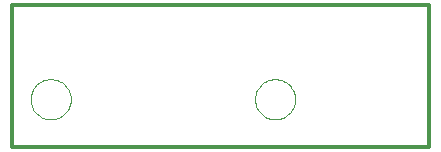
<source format=gbp>
G75*
%MOIN*%
%OFA0B0*%
%FSLAX24Y24*%
%IPPOS*%
%LPD*%
%AMOC8*
5,1,8,0,0,1.08239X$1,22.5*
%
%ADD10C,0.0118*%
%ADD11C,0.0000*%
D10*
X000159Y000159D02*
X014057Y000159D01*
X014057Y004883D01*
X000159Y004883D01*
X000159Y000159D01*
D11*
X000770Y001734D02*
X000772Y001785D01*
X000778Y001836D01*
X000788Y001886D01*
X000801Y001936D01*
X000819Y001984D01*
X000839Y002031D01*
X000864Y002076D01*
X000892Y002119D01*
X000923Y002160D01*
X000957Y002198D01*
X000994Y002233D01*
X001033Y002266D01*
X001075Y002296D01*
X001119Y002322D01*
X001165Y002344D01*
X001213Y002364D01*
X001262Y002379D01*
X001312Y002391D01*
X001362Y002399D01*
X001413Y002403D01*
X001465Y002403D01*
X001516Y002399D01*
X001566Y002391D01*
X001616Y002379D01*
X001665Y002364D01*
X001713Y002344D01*
X001759Y002322D01*
X001803Y002296D01*
X001845Y002266D01*
X001884Y002233D01*
X001921Y002198D01*
X001955Y002160D01*
X001986Y002119D01*
X002014Y002076D01*
X002039Y002031D01*
X002059Y001984D01*
X002077Y001936D01*
X002090Y001886D01*
X002100Y001836D01*
X002106Y001785D01*
X002108Y001734D01*
X002106Y001683D01*
X002100Y001632D01*
X002090Y001582D01*
X002077Y001532D01*
X002059Y001484D01*
X002039Y001437D01*
X002014Y001392D01*
X001986Y001349D01*
X001955Y001308D01*
X001921Y001270D01*
X001884Y001235D01*
X001845Y001202D01*
X001803Y001172D01*
X001759Y001146D01*
X001713Y001124D01*
X001665Y001104D01*
X001616Y001089D01*
X001566Y001077D01*
X001516Y001069D01*
X001465Y001065D01*
X001413Y001065D01*
X001362Y001069D01*
X001312Y001077D01*
X001262Y001089D01*
X001213Y001104D01*
X001165Y001124D01*
X001119Y001146D01*
X001075Y001172D01*
X001033Y001202D01*
X000994Y001235D01*
X000957Y001270D01*
X000923Y001308D01*
X000892Y001349D01*
X000864Y001392D01*
X000839Y001437D01*
X000819Y001484D01*
X000801Y001532D01*
X000788Y001582D01*
X000778Y001632D01*
X000772Y001683D01*
X000770Y001734D01*
X008250Y001734D02*
X008252Y001785D01*
X008258Y001836D01*
X008268Y001886D01*
X008281Y001936D01*
X008299Y001984D01*
X008319Y002031D01*
X008344Y002076D01*
X008372Y002119D01*
X008403Y002160D01*
X008437Y002198D01*
X008474Y002233D01*
X008513Y002266D01*
X008555Y002296D01*
X008599Y002322D01*
X008645Y002344D01*
X008693Y002364D01*
X008742Y002379D01*
X008792Y002391D01*
X008842Y002399D01*
X008893Y002403D01*
X008945Y002403D01*
X008996Y002399D01*
X009046Y002391D01*
X009096Y002379D01*
X009145Y002364D01*
X009193Y002344D01*
X009239Y002322D01*
X009283Y002296D01*
X009325Y002266D01*
X009364Y002233D01*
X009401Y002198D01*
X009435Y002160D01*
X009466Y002119D01*
X009494Y002076D01*
X009519Y002031D01*
X009539Y001984D01*
X009557Y001936D01*
X009570Y001886D01*
X009580Y001836D01*
X009586Y001785D01*
X009588Y001734D01*
X009586Y001683D01*
X009580Y001632D01*
X009570Y001582D01*
X009557Y001532D01*
X009539Y001484D01*
X009519Y001437D01*
X009494Y001392D01*
X009466Y001349D01*
X009435Y001308D01*
X009401Y001270D01*
X009364Y001235D01*
X009325Y001202D01*
X009283Y001172D01*
X009239Y001146D01*
X009193Y001124D01*
X009145Y001104D01*
X009096Y001089D01*
X009046Y001077D01*
X008996Y001069D01*
X008945Y001065D01*
X008893Y001065D01*
X008842Y001069D01*
X008792Y001077D01*
X008742Y001089D01*
X008693Y001104D01*
X008645Y001124D01*
X008599Y001146D01*
X008555Y001172D01*
X008513Y001202D01*
X008474Y001235D01*
X008437Y001270D01*
X008403Y001308D01*
X008372Y001349D01*
X008344Y001392D01*
X008319Y001437D01*
X008299Y001484D01*
X008281Y001532D01*
X008268Y001582D01*
X008258Y001632D01*
X008252Y001683D01*
X008250Y001734D01*
M02*

</source>
